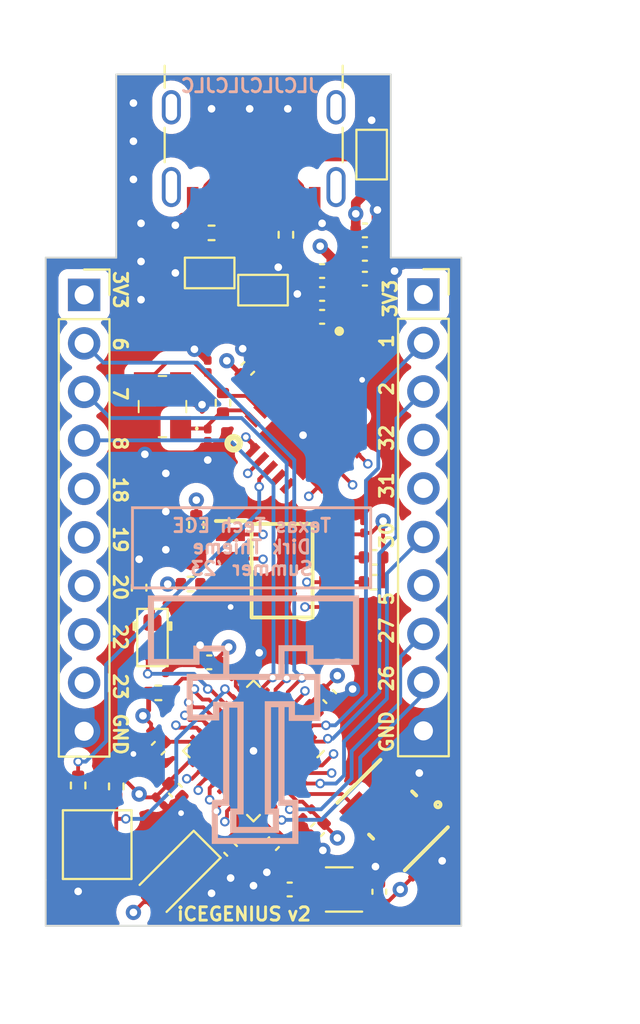
<source format=kicad_pcb>
(kicad_pcb (version 20221018) (generator pcbnew)
  (layers (0 "F.Cu" signal) (1 "In1.Cu" power) (2 "In2.Cu" signal) (3 "In3.Cu" power) (4 "In4.Cu" power) (31 "B.Cu" signal) (34 "B.Paste" user) (35 "F.Paste" user) (36 "B.SilkS" user "B.Silkscreen") (37 "F.SilkS" user "F.Silkscreen") (38 "B.Mask" user) (39 "F.Mask" user) (44 "Edge.Cuts" user))
  (net 0 "")
  (net 1 "+5V")
  (net 2 "GND")
  (net 3 "+3V3")
  (net 4 "+1V2")
  (net 5 "Net-(IC2-OSC1)")
  (net 6 "Net-(IC2-OSC2)")
  (net 7 "Net-(IC2-VUSB)")
  (net 8 "+2V5")
  (net 10 "USB_D-")
  (net 11 "USB_D+")
  (net 12 "SS")
  (net 13 "CRESET_B_CTL")
  (net 16 "IOL_4B_GBIN7")
  (net 17 "IOL_5A_GBIN6")
  (net 18 "IOT_50_GBIN1")
  (net 19 "SDO")
  (net 20 "IOR_36_GBIN2")
  (net 21 "IOR_35_GBIN3")
  (net 22 "IOL_2A")
  (net 23 "IOL_2B")
  (net 24 "IOR_34")
  (net 25 "IOR_38")
  (net 26 "IOR_39")
  (net 27 "IOT_45")
  (net 28 "IOT_47")
  (net 29 "IOT_52")
  (net 30 "IOT_53")
  (net 31 "IOL_4A")
  (net 32 "IOL_5B")
  (net 33 "CRESET_B")
  (net 35 "SCK")
  (net 37 "SDI")
  (net 41 "Net-(J1-CC1)")
  (net 43 "Net-(J1-CC2)")
  (net 46 "Net-(Q1-B)")
  (net 47 "Net-(U2-{slash}HOLD_(IO3))")
  (net 48 "Net-(U2-{slash}WP_(IO2))")
  (net 50 "/CLK_IN")
  (net 51 "Net-(D5-K)")
  (net 52 "Net-(D5-A)")
  (footprint "Connector_PinSocket_2.54mm:PinSocket_1x10_P2.54mm_Vertical" (layer "F.Cu") (at 164.915 88.53)
    (fp_text reference "J3" hide)
    (fp_text value "RIGHT")
  )
  (footprint "Resistor_SMD:R_0402_1005Metric" (layer "F.Cu") (at 157.7 85.4 -90)
    (fp_text reference "R1" hide)
    (fp_text value "5k1")
  )
  (footprint "PCM_Diode_SMD_AKL:D_0603_1608Metric" (layer "F.Cu") (at 150.7 106.5 -90)
    (fp_text reference "D5" hide)
    (fp_text value "CDONE" hide)
  )
  (footprint "Capacitor_SMD:C_0402_1005Metric" (layer "F.Cu") (at 157 117.3 -135)
    (fp_text reference "C18" hide)
    (fp_text value "1u")
  )
  (footprint "Capacitor_SMD:C_0402_1005Metric" (layer "F.Cu") (at 161.845 85.170003)
    (fp_text reference "C1" hide)
    (fp_text value "1u")
  )
  (footprint "Capacitor_SMD:C_0402_1005Metric" (layer "F.Cu") (at 159.6 87.3 180)
    (fp_text reference "C6" hide)
    (fp_text value "1u")
  )
  (footprint "PCM_Diode_SMD_AKL:D_SOD-523_TVS" (layer "F.Cu") (at 156.5 88.3 180)
    (fp_text reference "D2" hide)
    (fp_text value "SC1006-01LTG" hide)
  )
  (footprint "Resistor_SMD:R_0402_1005Metric" (layer "F.Cu") (at 150 103.8875 -90)
    (fp_text reference "R10" hide)
    (fp_text value "10k")
  )
  (footprint "Package_DFN_QFN:HVQFN-32-1EP_5x5mm_P0.5mm_EP3.1x3.1mm" (layer "F.Cu") (at 156 112.43899 -135)
    (fp_text reference "U3" hide)
    (fp_text value "ICE40LP384-SG32")
  )
  (footprint "Capacitor_SMD:C_0402_1005Metric" (layer "F.Cu") (at 159.365685 116.568528 -135)
    (fp_text reference "C22" hide)
    (fp_text value "1u")
  )
  (footprint "SamacSys_Parts:ABM8AIG25000MHZ122ZT3" (layer "F.Cu") (at 151.225 94.4 90)
    (fp_text reference "Y1" hide)
    (fp_text value "815-ABM8AIG-12MHZ1ZT" hide)
  )
  (footprint "Capacitor_SMD:C_0402_1005Metric" (layer "F.Cu") (at 159.6 89.7 180)
    (fp_text reference "C4" hide)
    (fp_text value "1u")
  )
  (footprint "SamacSys_Parts:QFN65P500X500X100-21N-D" (layer "F.Cu") (at 158.6 95.9 45)
    (fp_text reference "IC2" hide)
    (fp_text value "MCP2210-I_MQ" hide)
  )
  (footprint "Capacitor_SMD:C_0402_1005Metric" (layer "F.Cu") (at 161.845 87.700001)
    (fp_text reference "C3" hide)
    (fp_text value "1u")
  )
  (footprint "Capacitor_SMD:C_0201_0603Metric" (layer "F.Cu") (at 157.859135 117.982358 -135)
    (fp_text reference "C19" hide)
    (fp_text value "100n")
  )
  (footprint "PCM_Package_TO_SOT_SMD_AKL:SOT-23" (layer "F.Cu") (at 147.8 117.35)
    (fp_text reference "Q1" hide)
    (fp_text value "MMBT3904-TP\n" hide)
  )
  (footprint "Package_TO_SOT_SMD:SOT-353_SC-70-5" (layer "F.Cu") (at 160.5 119.7 180)
    (fp_text reference "U1" hide)
    (fp_text value "MIC5365-1.2YC5")
  )
  (footprint "Resistor_SMD:R_0402_1005Metric" (layer "F.Cu") (at 162.3 102.3 180)
    (fp_text reference "R4" hide)
    (fp_text value "10k")
  )
  (footprint "Resistor_SMD:R_0402_1005Metric" (layer "F.Cu") (at 162.3 103.6)
    (fp_text reference "R6" hide)
    (fp_text value "10k")
  )
  (footprint "Resistor_SMD:R_0402_1005Metric" (layer "F.Cu") (at 153.8 85.3 180)
    (fp_text reference "R2" hide)
    (fp_text value "5k1")
  )
  (footprint "SamacSys_Parts:SOIC127P600X175-8N" (layer "F.Cu") (at 157.5 103)
    (fp_text reference "U2" hide)
    (fp_text value "W25Q80DVSNIG" hide)
  )
  (footprint "Capacitor_SMD:C_0201_0603Metric" (layer "F.Cu") (at 155.1 108.3 45)
    (fp_text reference "C29" hide)
    (fp_text value "100n")
  )
  (footprint "Capacitor_SMD:C_0402_1005Metric" (layer "F.Cu") (at 151.9 114.5 -45)
    (fp_text reference "C20" hide)
    (fp_text value "1u")
  )
  (footprint "Capacitor_SMD:C_0402_1005Metric" (layer "F.Cu") (at 151 112.3 -135)
    (fp_text reference "C28" hide)
    (fp_text value "1u")
  )
  (footprint "Resistor_SMD:R_0402_1005Metric" (layer "F.Cu") (at 151.009999 109.4 180)
    (fp_text reference "R8" hide)
    (fp_text value "10k")
  )
  (footprint "Capacitor_SMD:C_0201_0603Metric" (layer "F.Cu") (at 153.6 95.9 -90)
    (fp_text reference "C12" hide)
    (fp_text value "24p")
  )
  (footprint "Capacitor_SMD:C_0201_0603Metric" (layer "F.Cu") (at 161 93.3 -45)
    (fp_text reference "C13" hide)
    (fp_text value "100n")
  )
  (footprint "SamacSys_Parts:SON40P120X120X60-7N-D" (layer "F.Cu") (at 161.5 89.5 90)
    (fp_text reference "IC1" hide)
    (fp_text value "MIC5528-3.3YMT-T5" hide)
  )
  (footprint "Resistor_SMD:R_0402_1005Metric" (layer "F.Cu") (at 148.8 114.3 90)
    (fp_text reference "R9" hide)
    (fp_text value "10k")
  )
  (footprint "Capacitor_SMD:C_0201_0603Metric" (layer "F.Cu") (at 156.32579 93.159135 45)
    (fp_text reference "C10" hide)
    (fp_text value "100n")
  )
  (footprint "Capacitor_SMD:C_0201_0603Metric" (layer "F.Cu") (at 155.379828 116.765614 -45)
    (fp_text reference "C17" hide)
    (fp_text value "100n")
  )
  (footprint "Capacitor_SMD:C_0201_0603Metric" (layer "F.Cu") (at 150.4 111.6 -135)
    (fp_text reference "C27" hide)
    (fp_text value "100n")
  )
  (footprint "PCM_Diode_SMD_AKL:D_SOD-523_TVS" (layer "F.Cu") (at 153.7 87.4)
    (fp_text reference "D4" hide)
    (fp_text value "SC1006-01LTG" hide)
  )
  (footprint "Capacitor_SMD:C_0402_1005Metric" (layer "F.Cu") (at 154.8 117.6 -45)
    (fp_text reference "C16" hide)
    (fp_text value "1u")
  )
  (footprint "Capacitor_SMD:C_0201_0603Metric" (layer "F.Cu") (at 159.2 110.2 -45)
    (fp_text reference "C25" hide)
    (fp_text value "100n")
  )
  (footprint "Capacitor_SMD:C_0402_1005Metric" (layer "F.Cu") (at 155.7 92.4 45)
    (fp_text reference "C9" hide)
    (fp_text value "1u")
  )
  (footprint "Capacitor_SMD:C_0402_1005Metric" (layer "F.Cu") (at 153.68 107.8 180)
    (fp_text reference "C26" hide)
    (fp_text value "1u")
  )
  (footprint "Capacitor_SMD:C_0201_0603Metric" (layer "F.Cu") (at 164.6 118.8 45)
    (fp_text reference "C15" hide)
    (fp_text value "10n")
  )
  (footprint "Capacitor_SMD:C_0402_1005Metric" (layer "F.Cu") (at 161.845 86.400001)
    (fp_text reference "C2" hide)
    (fp_text value "1u")
  )
  (footprint "Capacitor_SMD:C_0201_0603Metric" (layer "F.Cu") (at 153.6 92.3 90)
    (fp_text reference "C11" hide)
    (fp_text value "24p")
  )
  (footprint "Resistor_SMD:R_0402_1005Metric" (layer "F.Cu") (at 152.7 103.7)
    (fp_text reference "R5" hide)
    (fp_text value "10k")
  )
  (footprint "Capacitor_SMD:C_0402_1005Metric" (layer "F.Cu") (at 162.6 119.82 90)
    (fp_text reference "C7" hide)
    (fp_text value "1u")
  )
  (footprint "Connector_PinSocket_2.54mm:PinSocket_1x10_P2.54mm_Vertical" (layer "F.Cu") (at 147.115 88.55)
    (fp_text reference "J2" hide)
    (fp_text value "LEFT")
  )
  (footprint "PCM_Diode_SMD_AKL:D_SOD-523_TVS" (layer "F.Cu") (at 162.2 81.2 -90)
    (fp_text reference "D3" hide)
    (fp_text value "SC1006-01LTG" hide)
  )
  (footprint "Capacitor_SMD:C_0201_0603Metric" (layer "F.Cu") (at 161.8 100.7 90)
    (fp_text reference "C14" hide)
    (fp_text value "100n")
  )
  (footprint "Connector_USB:USB_C_Receptacle_GCT_USB4105-xx-A_16P_TopMnt_Horizontal" (layer "F.Cu") (at 156.01 79.795 180)
    (fp_text reference "J1" hide)
    (fp_text value "USB4105-GF-A-060")
  )
  (footprint "Capacitor_SMD:C_0201_0603Metric" (layer "F.Cu") (at 151.1 115.1 -45)
    (fp_text reference "C21" hide)
    (fp_text value "100n")
  )
  (footprint "SamacSys_Parts:ASFL1" (layer "F.Cu") (at 163.3 115.8 135)
    (fp_text reference "Y2" hide)
    (fp_text value "ASFL1-100.000MHZ-L-T" hide)
  )
  (footprint "Resistor_SMD:R_0402_1005Metric" (layer "F.Cu") (at 153 100.6 90)
    (fp_text reference "R7" hide)
    (fp_text value "10k")
  )
  (footprint "Resistor_SMD:R_0402_1005Metric" (layer "F.Cu") (at 146.8 114.25 90)
    (fp_text reference "R11" hide)
    (fp_text value "10k")
  )
  (footprint "Capacitor_SMD:C_0402_1005Metric" (layer "F.Cu") (at 159.6 88.5 180)
    (fp_text reference "C5" hide)
    (fp_text value "1u")
  )
  (footprint "Diode_SMD:D_SOD-123" (layer "F.Cu") (at 151.9 119 -135)
    (fp_text reference "D1" hide)
    (fp_text value "1N4148W-TP")
  )
  (footprint "Capacitor_SMD:C_0402_1005Metric" (layer "F.Cu") (at 157.9 119.7 180)
    (fp_text reference "C8" hide)
    (fp_text value "1u")
  )
  (footprint "Capacitor_SMD:C_0402_1005Metric" (layer "F.Cu") (at 160 109.6 -45)
    (fp_text reference "C24" hide)
    (fp_text value "1u")
  )
  (footprint "Resistor_SMD:R_0402_1005Metric" (layer "F.Cu") (at 154.4 94.2 90)
    (fp_text reference "R3" hide)
    (fp_text value "1M")
  )
  (footprint "Capacitor_SMD:C_0201_0603Metric" (layer "F.Cu") (at 158.8 115.72 -135)
    (fp_text reference "C23" hide)
    (fp_text value "100n")
  )
  (footprint "Decals:TTU Logo" (layer "B.Cu") (at 155.950001 119.054227 180)
    (fp_text reference "REF**" hide)
    (fp_text value "TTU Logo" hide)
  )
  (gr_line (start 166.9 119.2) (end 166.9 121.6) (stroke (width 0.1)) (layer "Edge.Cuts"))
  (gr_line (start 145.1 119.2) (end 145.1 121.6) (stroke (width 0.1)) (layer "Edge.Cuts"))
  (gr_line (start 148.8 86.6) (end 145.1 86.6) (stroke (width 0.1)) (layer "Edge.Cuts"))
  (gr_line (start 166.9 119.2) (end 166.9 86.6) (stroke (width 0.1)) (layer "Edge.Cuts"))
  (gr_line (start 145.1 86.6) (end 145.1 119.2) (stroke (width 0.1)) (layer "Edge.Cuts"))
  (gr_line (start 166.9 121.6) (end 145.1 121.6) (stroke (width 0.1)) (layer "Edge.Cuts"))
  (gr_line (start 148.8 77) (end 148.8 86.6) (stroke (width 0.1)) (layer "Edge.Cuts"))
  (gr_line (start 166.9 86.6) (end 163.2 86.6) (stroke (width 0.1)) (layer "Edge.Cuts"))
  (gr_line (start 163.2 77) (end 148.8 77) (stroke (width 0.1)) (layer "Edge.Cuts"))
  (gr_line (start 163.2 77) (end 163.2 86.6) (stroke (width 0.1)) (layer "Edge.Cuts"))
  (gr_text "JLCJLCJLCJLC" (at 159.5 78) (layer "B.SilkS") (effects (font (size 0.7 0.7)) (justify left bottom mirror)))
  (gr_text "18" (at 148.6 98 270) (layer "F.SilkS") (effects (font (size 0.7 0.7)) (justify left bottom)))
  (gr_text "26" (at 163.4 109.4 90) (layer "F.SilkS") (effects (font (size 0.7 0.7)) (justify left bottom)))
  (gr_text "30" (at 163.4 101.900001 90) (layer "F.SilkS") (effects (font (size 0.7 0.7)) (justify left bottom)))
  (gr_text "GND" (at 163.4 112.6 90) (layer "F.SilkS") (effects (font (size 0.7 0.7)) (justify left bottom)))
  (gr_text "1" (at 163.4 91.4 90) (layer "F.SilkS") (effects (font (size 0.7 0.7)) (justify left bottom)))
  (gr_text "5" (at 163.4 104.9 90) (layer "F.SilkS") (effects (font (size 0.7 0.7)) (justify left bottom)))
  (gr_text "iCEGENIUS" (at 151.9 121.4) (layer "F.SilkS") (effects (font (size 0.7 0.7)) (justify left bottom)))
  (gr_text "22" (at 148.6 105.7 270) (layer "F.SilkS") (effects (font (size 0.7 0.7)) (justify left bottom)))
  (gr_text "2" (at 163.4 93.9 90) (layer "F.SilkS") (effects (font (size 0.7 0.7)) (justify left bottom)))
  (gr_text "7" (at 148.6 93.3 270) (layer "F.SilkS") (effects (font (size 0.7 0.7)) (justify left bottom)))
  (gr_text "23" (at 148.6 108.3 270) (layer "F.SilkS") (effects (font (size 0.7 0.7)) (justify left bottom)))
  (gr_text "3V3" (at 163.585 89.8 90) (layer "F.SilkS") (effects (font (size 0.7 0.7)) (justify left bottom)))
  (gr_text "v2" (at 157.7 121.4) (layer "F.SilkS") (effects (font (size 0.7 0.7)) (justify left bottom)))
  (gr_text "31" (at 163.4 99.3 90) (layer "F.SilkS") (effects (font (size 0.7 0.7)) (justify left bottom)))
  (gr_text "19" (at 148.6 100.6 270) (layer "F.SilkS") (effects (font (size 0.7 0.7)) (justify left bottom)))
  (gr_text "20" (at 148.6 103.1 270) (layer "F.SilkS") (effects (font (size 0.7 0.7)) (justify left bottom)))
  (gr_text "3V3" (at 148.6 87.22 -90) (layer "F.SilkS") (effects (font (size 0.7 0.7)) (justify left bottom)))
  (gr_text "6" (at 148.6 90.7 270) (layer "F.SilkS") (effects (font (size 0.7 0.7)) (justify left bottom)))
  (gr_text "27" (at 163.4 106.9 90) (layer "F.SilkS") (effects (font (size 0.7 0.7)) (justify left bottom)))
  (gr_text "GND" (at 148.6 110.4 270) (layer "F.SilkS") (effects (font (size 0.7 0.7)) (justify left bottom)))
  (gr_text "32" (at 163.4 96.8 90) (layer "F.SilkS") (effects (font (size 0.7 0.7)) (justify left bottom)))
  (gr_text "8" (at 148.6 95.9 270) (layer "F.SilkS") (effects (font (size 0.7 0.7)) (justify left bottom)))
  (gr_text_box "Texas Tech ECE\nDirk Thieme\nSummer '23" (start 149.65 99.7) (end 162.15 103.9) (layer "B.SilkS") (effects (font (size 0.7 0.7)) (justify top mirror)) (stroke (width 0.15)))
  (segment (start 156.810051 81.3) (end 158.41 82.899949) (width 0.5) (layer "F.Cu") (net 1))
  (segment (start 155.94835 96.34835) (end 155.6 96) (width 0.25) (layer "F.Cu") (net 1))
  (segment (start 153.61 82.899949) (end 155.209949 81.3) (width 0.5) (layer "F.Cu") (net 1))
  (segment (start 155.989411 93.289411) (end 156.867588 94.167588) (width 0.25) (layer "F.Cu") (net 1))
  (segment (start 162.2 81.9) (end 162.2 82.9) (width 0.5) (layer "F.Cu") (net 1))
  (segment (start 156.810051 81.3) (end 161.6 81.3) (width 0.5) (layer "F.Cu") (net 1))
  (segment (start 156.006587 93.385409) (end 155.910589 93.289411) (width 0.25) (layer "F.Cu") (net 1))
  (segment (start 153.61 83.475) (end 153.61 82.899949) (width 0.25) (layer "F.Cu") (net 1))
  (segment (start 155.910589 93.289411) (end 155.989411 93.289411) (width 0.25) (layer "F.Cu") (net 1))
  (segment (start 161.8 88.25) (end 161.9 88.35) (width 0.2) (layer "F.Cu") (net 1))
  (segment (start 161.1 88.85) (end 161.1 87.965001) (width 0.2) (layer "F.Cu") (net 1))
  (segment (start 154.621178 92) (end 155.360589 92.739411) (width 0.25) (layer "F.Cu") (net 1))
  (segment (start 161.365 83.735) (end 161.365 84.3) (width 0.5) (layer "F.Cu") (net 1))
  (segment (start 161.6 81.3) (end 162.2 81.9) (width 0.5) (layer "F.Cu") (net 1))
  (segment (start 161.365 84.3) (end 161.365 87.700001) (width 0.5) (layer "F.Cu") (net 1))
  (segment (start 161.25 88.25) (end 161.8 88.25) (width 0.2) (layer "F.Cu") (net 1))
  (segment (start 161.1 88.85) (end 161.1 88.4) (width 0.2) (layer "F.Cu") (net 1))
  (segment (start 158.41 82.899949) (end 158.41 83.475) (width 0.25) (layer "F.Cu") (net 1))
  (segment (start 161.9 88.35) (end 161.9 88.85) (width 0.2) (layer "F.Cu") (net 1))
  (segment (start 162.2 82.9) (end 161.365 83.735) (width 0.5) (layer "F.Cu") (net 1))
  (segment (start 161.1 88.4) (end 161.25 88.25) (width 0.2) (layer "F.Cu") (net 1))
  (segment (start 155.209949 81.3) (end 156.810051 81.3) (width 0.5) (layer "F.Cu") (net 1))
  (segment (start 155.94835 96.713173) (end 155.94835 96.34835) (width 0.25) (layer "F.Cu") (net 1))
  (segment (start 156.099516 93.385409) (end 156.006587 93.385409) (width 0.25) (layer "F.Cu") (net 1))
  (segment (start 161.1 87.965001) (end 161.365 87.700001) (width 0.2) (layer "F.Cu") (net 1))
  (segment (start 155.910589 93.289411) (end 155.360589 92.739411) (width 0.25) (layer "F.Cu") (net 1))
  (segment (start 154.6 92) (end 154.621178 92) (width 0.25) (layer "F.Cu") (net 1))
  (via (at 154.6 92) (size 0.8) (drill 0.4) (layers "F.Cu" "B.Cu") (net 1))
  (via (at 155.6 96) (size 0.5) (drill 0.3) (layers "F.Cu" "B.Cu") (net 1))
  (via (at 161.365 84.3) (size 0.8) (drill 0.4) (layers "F.Cu" "B.Cu") (net 1))
  (segment (start 161.5 89.5) (end 161.85 89.5) (width 0.2) (layer "F.Cu") (net 2))
  (segment (start 155.139411 117.939411) (end 155.839411 117.939411) (width 0.2) (layer "F.Cu") (net 2))
  (segment (start 159 87.3) (end 158.3 88) (width 0.25) (layer "F.Cu") (net 2))
  (segment (start 162.325 85.170003) (end 162.325 84.275) (width 0.25) (layer "F.Cu") (net 2))
  (segment (start 159.426274 110.426274) (end 159.913137 109.939411) (width 0.2) (layer "F.Cu") (net 2))
  (segment (start 152.4 84.5) (end 152.81 84.09) (width 0.5) (layer "F.Cu") (net 2))
  (segment (start 152.239411 115.660589) (end 152.239411 114.839411) (width 0.2) (layer "F.Cu") (net 2))
  (segment (start 153.29 85.3) (end 153.2 85.3) (width 0.5) (layer "F.Cu") (net 2))
  (segment (start 152.2 115.7) (end 151.826274 115.326274) (width 0.2) (layer "F.Cu") (net 2))
  (segment (start 162.05 89.7) (end 162.05 90.15) (width 0.2) (layer "F.Cu") (net 2))
  (segment (start 156 112.43899) (end 156 112.792543) (width 0.2) (layer "F.Cu") (net 2))
  (segment (start 162.999999 87.700001) (end 163.4 87.3) (width 0.25) (layer "F.Cu") (net 2))
  (segment (start 156.660589 117.639411) (end 156.660589 118.760589) (width 0.2) (layer "F.Cu") (net 2))
  (segment (start 157.7 86.7) (end 157.3 87.1) (width 0.5) (layer "F.Cu") (net 2))
  (segment (start 150.173726 112.126274) (end 149.7 112.6) (width 0.2) (layer "F.Cu") (net 2))
  (segment (start 159.12 88.5) (end 158.3 88.5) (width 0.25) (layer "F.Cu") (net 2))
  (segment (start 152.25 93.25) (end 153.3 94.3) (width 0.5) (layer "F.Cu") (net 2))
  (segment (start 150.173726 111.826274) (end 150.173726 112.126274) (width 0.2) (layer "F.Cu") (net 2))
  (segment (start 158.573726 115.946274) (end 158.573726 116.455391) (width 0.2) (layer "F.Cu") (net 2))
  (segment (start 162.325 87.700001) (end 162.999999 87.700001) (width 0.25) (layer "F.Cu") (net 2))
  (segment (start 157.2 87.2) (end 157.3 87.1) (width 0.5) (layer "F.Cu") (net 2))
  (segment (start 160.860589 109.939411) (end 161.2 109.6) (width 0.2) (layer "F.Cu") (net 2))
  (segment (start 153.22 107.8) (end 153.22 106.92) (width 0.2) (layer "F.Cu") (net 2))
  (segment (start 151.826274 115.326274) (end 151.326274 115.326274) (width 0.2) (layer "F.Cu") (net 2))
  (segment (start 162.325 84.275) (end 162.5 84.1) (width 0.25) (layer "F.Cu") (net 2))
  (segment (start 153.48 91.98) (end 152.9 91.4) (width 0.25) (layer "F.Cu") (net 2))
  (segment (start 164.175843 114.124157) (end 164.7 113.6) (width 0.2) (layer "F.Cu") (net 2))
  (segment (start 159.21 84.41) (end 159.6 84.8) (width 0.5) (layer "F.Cu") (net 2))
  (segment (start 150.660589 112.639411) (end 149.739411 112.639411) (width 0.2) (layer "F.Cu") (net 2))
  (segment (start 157.632861 118.208632) (end 157.291368 118.208632) (width 0.2) (layer "F.Cu") (net 2))
  (segment (start 157.2 88.3) (end 157.2 87.2) (width 0.5) (layer "F.Cu") (net 2))
  (segment (start 155.606102 117.706102) (end 156.7 118.8) (width 0.2) (layer "F.Cu") (net 2))
  (segment (start 161.7 93.052548) (end 161.226274 93.526274) (width 0.2) (layer "F.Cu") (net 2))
  (segment (start 162.2 80.5) (end 162.2 79.4) (width 0.5) (layer "F.Cu") (net 2))
  (segment (start 155.726274 107.873726) (end 156.3 107.3) (width 0.2) (layer "F.Cu") (net 2))
  (segment (start 156.552064 92.932861) (end 156.552064 92.573242) (width 0.25) (layer "F.Cu") (net 2))
  (segment (start 158.3 89.1) (end 158.3 88.5) (width 0.25) (layer "F.Cu") (net 2))
  (segment (start 162.24 119.7) (end 162.6 119.34) (width 0.2) (layer "F.Cu") (net 2))
  (segment (start 154.795 104.905) (end 154.8 104.9) (width 0.5) (layer "F.Cu") (net 2))
  (segment (start 161.85 89.5) (end 162.05 89.7) (width 0.2) (layer "F.Cu") (net 2))
  (segment (start 157.291368 118.208632) (end 156.7 118.8) (width 0.2) (layer "F.Cu") (net 2))
  (segment (start 161.45 119.7) (end 162.24 119.7) (width 0.2) (layer "F.Cu") (net 2))
  (segment (start 157.327208 93.707969) (end 158.6 94.980761) (width 0.2) (layer "F.Cu") (net 2))
  (segment (start 159.913137 109.939411) (end 160.860589 109.939411) (width 0.2) (layer "F.Cu") (net 2))
  (segment (start 161.2 109.6) (end 161.2 109.2) (width 0.2) (layer "F.Cu") (net 2))
  (segment (start 158.9 89.7) (end 158.3 89.1) (width 0.25) (layer "F.Cu") (net 2))
  (segment (start 159.12 87.3) (end 159 87.3) (width 0.2) (layer "F.Cu") (net 2))
  (segment (start 157.06066 112.43899) (end 158.253903 111.245747) (width 0.2) (layer "F.Cu") (net 2))
  (segment (start 163 86.9) (end 163.4 87.3) (width 0.25) (layer "F.Cu") (net 2))
  (segment (start 153.6 96.22) (end 153.6 97.2) (width 0.2) (layer "F.Cu") (net 2))
  (segment (start 156.552064 92.573242) (end 156.039411 92.060589) (width 0.25) (layer "F.Cu") (net 2))
  (segment (start 156.039411 91.976141) (end 156.039411 92.060589) (width 0.25) (layer "F.Cu") (net 2))
  (segment (start 161.7 93) (end 161.7 93.052548) (width 0.2) (layer "F.Cu") (net 2))
  (segment (start 156 112.792543) (end 154.453204 114.339339) (width 0.2) (layer "F.Cu") (net 2))
  (segment (start 157.7 85.91) (end 157.7 86.7) (width 0.5) (layer "F.Cu") (net 2))
  (segment (start 159.21 83.475) (end 159.21 84.41) (width 0.5) (layer "F.Cu") (net 2))
  (segment (start 155.839411 117.939411) (end 156.7 118.8) (width 0.2) (layer "F.Cu") (net 2))
  (segment (start 152.3 84.5) (end 152.4 84.5) (width 0.5) (layer "F.Cu") (net 2))
  (segment (start 155.526274 107.873726) (end 155.726274 107.873726) (width 0.2) (layer "F.Cu") (net 2))
  (segment (start 156.660589 118.760589) (end 156.7 118.8) (width 0.2) (layer "F.Cu") (net 2))
  (segment (start 156 119.5) (end 156.2 119.7) (width 0.25) (layer "F.Cu") (net 2))
  (segment (start 156.2 119.7) (end 157.42 119.7) (width 0.25) (layer "F.Cu") (net 2))
  (segment (start 159.026274 116.907939) (end 159.026274 117.035621) (width 0.2) (layer "F.Cu") (net 2))
  (segment (start 151.9 84.9) (end 152.3 84.5) (width 0.5) (layer "F.Cu") (net 2))
  (segment (start 162.6 118.7) (end 162.4 118.5) (width 0.2) (layer "F.Cu") (net 2))
  (segment (start 162.9 86.8) (end 163 86.9) (width 0.25) (layer "F.Cu") (net 2))
  (segment (start 152.81 84.09) (end 152.81 83.475) (width 0.5) (layer "F.Cu") (net 2))
  (segment (start 164.826274 118.573726) (end 165.526274 118.573726) (width 0.2) (layer "F.Cu") (net 2))
  (segment (start 153.6 91.98) (end 153.48 91.98) (width 0.25) (layer "F.Cu") (net 2))
  (segment (start 162.500001 86.400001) (end 163 86.9) (width 0.25) (layer "F.Cu") (net 2))
  (segment (start 159.12 89.7) (end 158.9 89.7) (width 0.2) (layer "F.Cu") (net 2))
  (segment (start 153 87.4) (end 151.9 87.4) (width 0.5) (layer "F.Cu") (net 2))
  (segment (start 160.339411 109.939411) (end 160.860589 109.939411) (width 0.2) (layer "F.Cu") (net 2))
  (segment (start 158.3 88) (end 158.3 88.5) (width 0.25) (layer "F.Cu") (net 2))
  (segment (start 153.22 106.92) (end 153.2 106.9) (width 0.2) (layer "F.Cu") (net 2))
  (segment (start 162.6 119.34) (end 162.6 118.7) (width 0.2) (layer "F.Cu") (net 2))
  (segment (start 158.6 94.980761) (end 158.6 95.9) (width 0.2) (layer "F.Cu") (net 2))
  (segment (start 153.2 85.3) (end 152.4 84.5) (width 0.5) (layer "F.Cu") (net 2))
  (segment (start 152.175 93.25) (end 152.25 93.25) (width 0.5) (layer "F.Cu") (net 2))
  (segment (start 152.2 115.7) (end 152.239411 115.660589) (width 0.2) (layer "F.Cu") (net 2))
  (segment (start 162.325 86.400001) (end 162.500001 86.400001) (width 0.25) (layer "F.Cu") (net 2))
  (segment (start 159.026274 117.035621) (end 159.641121 117.650468) (width 0.2) (layer "F.Cu") (net 2))
  (segment (start 146.8 118.3) (end 146.8 119.8) (width 0.2) (layer "F.Cu") (net 2))
  (segment (start 165.526274 118.573726) (end 165.9 118.2) (width 0.2) (layer "F.Cu") (net 2))
  (segment (start 158.573726 116.455391) (end 159.026274 116.907939) (width 0.2) (layer "F.Cu") (net 2))
  (segment (start 155.606102 116.991888) (end 155.606102 117.706102) (width 0.2) (layer "F.Cu") (net 2))
  (segment (start 162.325 85.170003) (end 162.325 85.225) (width 0.25) (layer "F.Cu") (net 2))
  (segment (start 154.788 104.905) (end 154.795 104.905) (width 0.5) (layer "F.Cu") (net 2))
  (segment (start 156 112.43899) (end 157.06066 112.43899) (width 0.2) (layer "F.Cu") (net 2))
  (segment (start 149.739411 112.639411) (end 149.7 112.6) (width 0.2) (layer "F.Cu") (net 2))
  (segment (start 150 103.3775) (end 150 102.4) (width 0.2) (layer "F.Cu") (net 2))
  (segment (start 150.275 96.875) (end 150.3 96.9) (width 0.5) (layer "F.Cu") (net 2))
  (segment (start 155.431635 91.368365) (end 156.039411 91.976141) (width 0.25) (layer "F.Cu") (net 2))
  (segment (start 163.179792 114.124157) (end 164.175843 114.124157) (width 0.2) (layer "F.Cu") (net 2))
  (segment (start 150.275 95.55) (end 150.275 96.875) (width 0.5) (layer "F.Cu") (net 2))
  (via (at 162.4 118.5) (size 0.8) (drill 0.4) (layers "F.Cu" "B.Cu") (net 2))
  (via (at 151.9 84.9) (size 0.8) (drill 0.4) (layers "F.Cu" "B.Cu") (net 2))
  (via (at 151.4 97.899999) (size 0.8) (drill 0.4) (layers "F.Cu" "B.Cu") (net 2))
  (via (at 151.4 99.9) (size 0.8) (drill 0.4) (layers "F.Cu" "B.Cu") (net 2))
  (via (at 156 119.5) (size 0.8) (drill 0.4) (layers "F.Cu" "B.Cu") (net 2))
  (via (at 164.7 113.6) (size 0.8) (drill 0.4) (layers "F.Cu" "B.Cu") (net 2))
  (via (at 153.6 97.2) (size 0.8) (drill 0.4) (layers "F.Cu" "B.Cu") (net 2))
  (via (at 155.8 78.8) (size 0.8) (drill 0.4) (layers "F.Cu" "B.Cu") (net 2))
  (via (at 152.9 91.4) (size 0.8) (drill 0.4) (layers "F.Cu" "B.Cu") (net 2))
  (via (at 157.800001 78.8) (size 0.8) (drill 0.4) (layers "F.Cu" "B.Cu") (net 2))
  (via (at 150.1 88.8) (size 0.8) (drill 0.4) (layers "F.Cu" "B.Cu") (net 2))
  (via (at 158.6 95.9) (size 0.8) (drill 0.4) (layers "F.Cu" "B.Cu") (net 2))
  (via (at 150.3 96.9) (size 0.8) (drill 0.4) (layers "F.Cu" "B.Cu") (net 2))
  (via (at 153.799999 78.8) (size 0.8) (drill 0.4) (layers "F.Cu" "B.Cu") (net 2))
  (via (at 163.4 87.3) (size 0.8) (drill 0.4) (layers "F.Cu" "B.Cu") (net 2))
  (via (at 161.7 93) (size 0.5) (drill 0.3) (layers "F.Cu" "B.Cu") (net 2))
  (via (at 162.5 84.1) (size 0.8) (drill 0.4) (layers "F.Cu" "B.Cu") (net 2))
  (via (at 151.4 101.900001) (size 0.8) (drill 0.4) (layers "F.Cu" "B.Cu") (net 2))
  (via (at 153.3 94.3) (size 0.8) (drill 0.4) (layers "F.Cu" "B.Cu") (net 2))
  (via (at 161.2 109.2) (size 0.8) (drill 0.4) (layers "F.Cu" "B.Cu") (net 2))
  (via (at 156.3 107.3) (size 0.8) (drill 0.4) (layers "F.Cu" "B.Cu") (net 2))
  (via (at 153.2 106.9) (size 0.8) (drill 0.4) (layers "F.Cu" "B.Cu") (net 2))
  (via (at 149.7 112.6) (size 0.5) (drill 0.3) (layers "F.Cu" "B.Cu") (net 2))
  (via (at 156.7 118.8) (size 0.8) (drill 0.4) (layers "F.Cu" "B.Cu") (net 2))
  (via (at 149.7 80.5) (size 0.8) (drill 0.4) (layers "F.Cu" "B.Cu") (net 2))
  (via (at 150.1 84.8) (size 0.8) (drill 0.4) (layers "F.Cu" "B.Cu") (net 2))
  (via (at 150 102.4) (size 0.8) (drill 0.4) (layers "F.Cu" "B.Cu") (net 2))
  (via (at 151.9 87.4) (size 0.8) (drill 0.4) (layers "F.Cu" "B.Cu") (net 2))
  (via (at 149.7 78.5) (size 0.8) (drill 0.4) (layers "F.Cu" "B.Cu") (net 2))
  (via (at 155.431635 91.368365) (size 0.8) (drill 0.4) (layers "F.Cu" "B.Cu") (net 2))
  (via (at 146.8 119.8) (size 0.8) (drill 0.4) (layers "F.Cu" "B.Cu") (net 2))
  (via (at 158.3 88.5) (size 0.8) (drill 0.4) (layers "F.Cu" "B.Cu") (net 2))
  (via (at 162.2 79.4) (size 0.8) (drill 0.4) (layers "F.Cu" "B.Cu") (net 2))
  (via (at 165.9 118.2) (size 0.8) (drill 0.4) (layers "F.Cu" "B.Cu") (net 2))
  (via (at 152.2 115.7) (size 0.5) (drill 0.3) (layers "F.Cu" "B.Cu") (net 2))
  (via (at 154.8 104.9) (size 0.5) (drill 0.3) (layers "F.Cu" "B.Cu") (net 2))
  (via (at 154.8 119.1) (size 0.8) (drill 0.4) (layers "F.Cu" "B.Cu") (net 2))
  (via (at 149.7 82.5) (size 0.8) (drill 0.4) (layers "F.Cu" "B.Cu") (net 2))
  (via (at 159.641121 117.650468) (size 0.8) (drill 0.4) (layers "F.Cu" "B.Cu") (net 2))
  (via (at 150.1 86.8) (size 0.8) (drill 0.4) (layers "F.Cu" "B.Cu") (net 2))
  (via (at 153.8 119.9) (size 0.8) (drill 0.4) (layers "F.Cu" "B.Cu") (net 2))
  (via (at 156 112.43899) (size 0.8) (drill 0.4) (layers "F.Cu" "B.Cu") (net 2))
  (via (at 157.3 87.1) (size 0.8) (drill 0.4) (layers "F.Cu" "B.Cu") (net 2))
  (via (at 159.6 84.8) (size 0.8) (drill 0.4) (layers "F.Cu" "B.Cu") (net 2))
  (segment (start 150.626274 111.026274) (end 150.2 110.6) (width 0.2) (layer "F.Cu") (net 3))
  (segment (start 155.073726 109.037842) (end 155.513864 109.47798) (width 0.2) (layer "F.Cu") (net 3))
  (segment (start 162.6 120.3) (end 161.5 120.3) (width 0.2) (layer "F.Cu") (net 3))
  (segment (start 152.697056 112.925126) (end 153.03899 112.925126) (width 0.2) (layer "F.Cu") (net 3))
  (segment (start 158.818817 109.973726) (end 158.973726 109.973726) (width 0.2) (layer "F.Cu") (net 3))
  (segment (start 150.873726 114.873726) (end 150.173726 114.873726) (width 0.2) (layer "F.Cu") (net 3))
  (segment (start 162.8 100.4) (end 162.8 103.59) (width 0.2) (layer "F.Cu") (net 3))
  (segment (start 150.173726 114.873726) (end 150 114.7) (width 0.2) (layer "F.Cu") (net 3))
  (segment (start 150.626274 111.373726) (end 150.752548 111.373726) (width 0.2) (layer "F.Cu") (net 3))
  (segment (start 160.925 120.35) (end 160.825 120.25) (width 0.2) (layer "F.Cu") (net 3))
  (segment (start 160.08 89.7) (end 160.08 87.9) (width 0.5) (layer "F.Cu") (net 3))
  (segment (start 151.560589 114.160589) (end 151.560589 114.061593) (width 0.2) (layer "F.Cu") (net 3))
  (segment (start 152.19 103.7) (end 151.5 103.7) (width 0.2) (layer "F.Cu") (net 3))
  (segment (start 163.1 120.3) (end 162.6 120.3) (width 0.2) (layer "F.Cu") (net 3))
  (segment (start 157.546796 114.339339) (end 158.306957 115.0995) (width 0.2) (layer "F.Cu") (net 3))
  (segment (start 160.08 86.58) (end 159.5 86) (width 0.5) (layer "F.Cu") (net 3))
  (segment (start 158.973726 109.947452) (end 159.660589 109.260589) (width 0.2) (layer "F.Cu") (net 3))
  (segment (start 150.233274 120.366726) (end 150.933274 120.366726) (width 0.2) (layer "F.Cu") (net 3))
  (segment (start 150.499999 109.4) (end 150.499999 110.300001) (width 0.25) (layer "F.Cu") (net 3))
  (segment (start 160.53 90.15) (end 160.08 89.7) (width 0.5) (layer "F.Cu") (net 3))
  (segment (start 161.725 101.095) (end 161.8 101.02) (width 0.2) (layer "F.Cu") (net 3))
  (segment (start 155.073726 109.037842) (end 155.073726 108.693726) (width 0.2) (layer "F.Cu") (net 3))
  (segment (start 155.073726 108.693726) (end 154.18 107.8) (width 0.2) (layer "F.Cu") (net 3))
  (segment (start 154.18 107.52) (end 154.7 107) (width 0.2) (layer "F.Cu") (net 3))
  (segment (start 153.031255 111.960589) (end 153.03899 111.952854) (width 0.2) (layer "F.Cu") (net 3))
  (segment (start 158.973726 109.973726) (end 158.973726 109.947452) (width 0.2) (layer "F.Cu") (net 3))
  (segment (start 160.08 87.9) (end 160.08 86.58) (width 0.5) (layer "F.Cu") (net 3))
  (segment (start 164.975843 115.920208) (end 163.420208 117.475843) (width 0.2) (layer "F.Cu") (net 3))
  (segment (start 154.18 107.8) (end 154.18 107.52) (width 0.2) (layer "F.Cu") (net 3))
  (segment (start 151.339411 111.960589) (end 153.031255 111.960589) (width 0.2) (layer "F.Cu") (net 3))
  (segment (start 161.5 90.15) (end 160.53 90.15) (width 0.5) (layer "F.Cu") (net 3))
  (segment (start 148.8 113.79) (end 149.09 113.79) (width 0.2) (layer "F.Cu") (net 3))
  (segment (start 150.499999 110.300001) (end 150.2 110.6) (width 0.25) (layer "F.Cu") (net 3))
  (segment (start 162.8 103.59) (end 162.81 103.6) (width 0.2) (layer "F.Cu") (net 3))
  (segment (start 161.5 120.3) (end 161.45 120.35) (width 0.2) (layer "F.Cu") (net 3))
  (segment (start 149.09 113.79) (end 150 114.7) (width 0.2) (layer "F.Cu") (net 3))
  (segment (start 160.212 101.095) (end 161.725 101.095) (width 0.2) (layer "F.Cu") (net 3))
  (segment (start 160.4 117) (end 159.705096 116.305096) (width 0.2) (layer "F.Cu") (net 3))
  (segment (start 159.705096 116.305096) (end 159.705096 116.229117) (width 0.2) (layer "F.Cu") (net 3))
  (segment (start 157.900349 110.892194) (end 158.818817 109.973726) (width 0.2) (layer "F.Cu") (net 3))
  (segment (start 150.873726 114.873726) (end 150.873726 114.847452) (width 0.2) (layer "F.Cu") (net 3))
  (segment (start 163.7 119.7) (end 164.373726 119.026274) (width 0.2) (layer "F.Cu") (net 3))
  (segment (start 161.45 120.35) (end 160.925 120.35) (width 0.2) (layer "F.Cu") (net 3))
  (segment (start 149.7 120.9) (end 150.233274 120.366726) (width 0.2) (layer "F.Cu") (net 3))
  (segment (start 162.8 100.4) (end 162.18 101.02) (width 0.2) (layer "F.Cu") (net 3))
  (segment (start 164.373726 119.026274) (end 163.420208 118.072756) (width 0.2) (layer "F.Cu") (net 3))
  (segment (start 158.306957 115.0995) (end 158.575479 115.0995) (width 0.2) (layer "F.Cu") (net 3))
  (segment (start 160.825 120.25) (end 160.825 119.15) (width 0.2) (layer "F.Cu") (net 3))
  (segment (start 158.575479 115.0995) (end 159.705096 116.229117) (width 0.2) (layer "F.Cu") (net 3))
  (segment (start 162.18 101.02) (end 161.8 101.02) (width 0.2) (layer "F.Cu") (net 3))
  (segment (start 163.7 119.7) (end 163.1 120.3) (width 0.2) (layer "F.Cu") (net 3))
  (segment (start 160.08 87.9) (end 160.08 87.3) (width 0.5) (layer "F.Cu") (net 3))
  (segment (start 163.420208 118.072756) (end 163.420208 117.475843) (width 0.2) (layer "F.Cu") (net 3))
  (segment (start 150.873726 114.847452) (end 151.560589 114.160589) (width 0.2) (layer "F.Cu") (net 3))
  (segment (start 150.626274 111.373726) (end 150.626274 111.026274) (width 0.2) (layer "F.Cu") (net 3))
  (segment (start 153 100.09) (end 153 99.3) (width 0.2) (layer "F.Cu") (net 3))
  (segment (start 160.925 119.05) (end 161.45 119.05) (width 0.2) (layer "F.Cu") (net 3))
  (segment (start 159.660589 109.239411) (end 160.4 108.5) (width 0.2) (layer "F.Cu") (net 3))
  (segment (start 159.660589 109.260589) (end 159.660589 109.239411) (width 0.2) (layer "F.Cu") (net 3))
  (segment (start 160.825 119.15) (end 160.925 119.05) (width 0.2) (layer "F.Cu") (net 3))
  (segment (start 151.560589 114.061593) (end 152.697056 112.925126) (width 0.2) (layer "F.Cu") (net 3))
  (segment (start 150.752548 111.373726) (end 151.339411 111.960589) (width 0.2) (layer "F.Cu") (net 3))
  (via (at 160.4 108.5) (size 0.8) (drill 0.4) (layers "F.Cu" "B.Cu") (net 3))
  (via (at 163.7 119.7) (size 0.8) (drill 0.4) (layers "F.Cu" "B.Cu") (net 3))
  (via (at 150 114.7) (size 0.8) (drill 0.4) (layers "F.Cu" "B.Cu") (net 3))
  (via (at 154.7 107) (size 0.8) (drill 0.4) (layers "F.Cu" "B.Cu") (net 3))
  (via (at 151.5 103.7) (size 0.8) (drill 0.4) (layers "F.Cu" "B.Cu") (net 3))
  (via (at 153 99.3) (size 0.8) (drill 0.4) (layers "F.Cu" "B.Cu") (net 3))
  (via (at 159.5 86) (size 0.8) (drill 0.4) (layers "F.Cu" "B.Cu") (net 3))
  (via (at 160.4 117) (size 0.8) (drill 0.4) (layers "F.Cu" "B.Cu") (net 3))
  (via (at 149.7 120.9) (size 0.8) (drill 0.4) (layers "F.Cu" "B.Cu") (net 3))
  (via (at 150.2 110.6) (size 0.8) (drill 0.4) (layers "F.Cu" "B.Cu") (net 3))
  (via (at 162.8 100.4) (size 0.8) (drill 0.4) (layers "F.Cu" "B.Cu") (net 3))
  (segment (start 156.486136 116.107314) (end 156.486136 115.4) (width 0.2) (layer "F.Cu") (net 4))
  (segment (start 158.085409 117.756084) (end 158.085409 117.706587) (width 0.2) (layer "F.Cu") (net 4))
  (segment (start 158.28 117.950675) (end 158.085409 117.756084) (width 0.2) (layer "F.Cu") (net 4))
  (segment (start 158.085409 117.706587) (end 157.339411 116.960589) (width 0.2) (layer "F.Cu") (net 4))
  (segment (start 158.38 119.7) (end 158.38 119.88) (width 0.25) (layer "F.Cu") (net 4))
  (segment (start 158.85 120.35) (end 159.55 120.35) (width 0.25) (layer "F.Cu") (net 4))
  (segment (start 157.339411 116.960589) (end 156.486136 116.107314) (width 0.2) (layer "F.Cu") (net 4))
  (segment (start 158.38 119.88) (end 158.85 120.35) (width 0.25) (layer "F.Cu") (net 4))
  (segment (start 156.407969 94.627208) (end 155.620761 93.84) (width 0.2) (layer "F.Cu") (net 5))
  (segment (start 152.890684 92.1) (end 151.425 92.1) (width 0.2) (layer "F.Cu") (net 5))
  (segment (start 155.620761 93.84) (end 154.55 93.84) (width 0.2) (layer "F.Cu") (net 5))
  (segment (start 154.4 93.69) (end 154.4 93.609316) (width 0.2) (layer "F.Cu") (net 5))
  (segment (start 154.55 93.84) (end 154.4 93.69) (width 0.2) (layer "F.Cu") (net 5))
  (segment (start 151.425 92.1) (end 150.275 93.25) (width 0.2) (layer "F.Cu") (net 5))
  (segment (start 154.4 93.609316) (end 152.890684 92.1) (width 0.2) (layer "F.Cu") (net 5))
  (segment (start 152.175 95.55) (end 153.435 95.55) (width 0.2) (layer "F.Cu") (net 6))
  (segment (start 153.435 95.55) (end 154.125 94.86) (width 0.2) (layer "F.Cu") (net 6))
  (segment (start 155.461523 94.6) (end 155.94835 95.086827) (width 0.2) (layer "F.Cu") (net 6))
  (segment (start 154.385 94.6) (end 155.461523 94.6) (width 0.2) (layer "F.Cu") (net 6))
  (segment (start 154.125 94.86) (end 154.385 94.6) (width 0.2) (layer "F.Cu") (net 6))
  (segment (start 160.507035 93.073726) (end 160.773726 93.073726) (width 0.2) (layer "F.Cu") (net 7))
  (segment (start 159.872792 93.707969) (end 160.507035 93.073726) (width 0.2) (layer "F.Cu") (net 7))
  (segment (start 154.460589 117.232305) (end 155.153554 116.53934) (width 0.2) (layer "F.Cu") (net 8))
  (segment (start 153.066726 117.833274) (end 153.5 117.4) (width 0.25) (layer "F.Cu") (net 8))
  (segment (start 153.5 117.4) (end 154.321178 117.4) (width 0.25) (layer "F.Cu") (net 8))
  (segment (start 155.153554 115.76031) (end 155.513864 115.4) (width 0.2) (layer "F.Cu") (net 8))
  (segment (start 154.460589 117.260589) (end 154.460589 117.232305) (width 0.2) (layer "F.Cu") (net 8))
  (segment (start 154.321178 117.4) (end 154.460589 117.260589) (width 0.25) (layer "F.Cu") (net 8))
  (segment (start 155.153554 116.53934) (end 155.153554 115.76031) (width 0.2) (layer "F.Cu") (net 8))
  (segment (start 156.76 84.14) (end 156.76 83.475) (width 0.25) (layer "F.Cu") (net 10))
  (segment (start 158.8 92.635177) (end 158.8 92.5) (width 0.25) (layer "F.Cu") (net 10))
  (segment (start 155.76 83.475) (end 155.76 84.19) (width 0.25) (layer "F.Cu") (net 10))
  (segment (start 156.3 84.4) (end 156.5 84.4) (width 0.25) (layer "F.Cu") (net 10))
  (segment (start 156.2 84.4) (end 156.02 84.58) (width 0.25) (layer "F.Cu") (net 10))
  (segment (start 155.76 84.19) (end 155.97 84.4) (width 0.25) (layer "F.Cu") (net 10))
  (segment (start 155.97 84.4) (end 156.3 84.4) (width 0.25) (layer "F.Cu") (net 10))
  (segment (start 159.413173 93.24835) (end 158.8 92.635177) (width 0.25) (layer "F.Cu") (net 10))
  (segment (start 156.5 84.4) (end 156.2 84.4) (width 0.25) (layer "F.Cu") (net 10))
  (segment (start 155.47 86.71) (end 155.47 89.17) (width 0.55) (layer "F.Cu") (net 10))
  (segment (start 156.02 84.98) (end 156.02 86.16) (width 0.55) (layer "F.Cu") (net 10))
  (segment (start 156.02 86.16) (end 155.47 86.71) (width 0.55) (layer "F.Cu") (net 10))
  (segment (start 156.02 84.58) (end 156.02 84.98) (width 0.25) (layer "F.Cu") (net 10))
  (segment (start 155.47 89.17) (end 157.4 91.1) (width 0.55) (layer "F.Cu") (net 10))
  (segment (start 157.4 91.1) (end 158.8 92.5) (width 0.55) (layer "F.Cu") (net 10))
  (segment (start 156.5 84.4) (end 156.76 84.14) (width 0.25) (layer "F.Cu") (net 10))
  (segment (start 156.26 82.65) (end 156.26 83.475) (width 0.25) (layer "F.Cu") (net 11))
  (segment (start 154.8 89.5) (end 154.8 86.4) (width 0.55) (layer "F.Cu") (net 11))
  (segment (start 156.11 82.5) (end 156.26 82.65) (width 0.25) (layer "F.Cu") (net 11))
  (segment (start 155.35 84.85) (end 155.26 84.76) (width 0.25) (layer "F.Cu") (net 11))
  (segment (start 156.6 91.3) (end 154.8 89.5) (width 0.55) (layer "F.Cu") (net 11))
  (segment (start 157.786827 93.24835) (end 157.786827 92.486827) (width 0.25) (layer "F.Cu") (net 11))
  (segment (start 154.8 86.4) (end 155.35 85.85) (width 0.55) (layer "F.Cu") (net 11))
  (segment (start 155.35 85.85) (end 155.35 84.85) (width 0.55) (layer "F.Cu") (net 11))
  (segment (start 156.6 91.3) (end 157.6 92.3) (width 0.55) (layer "F.Cu") (net 11))
  (segment (start 155.4 82.5) (end 156.11 82.5) (width 0.25) (layer "F.Cu") (net 11))
  (segment (start 155.26 83.475) (end 155.26 82.64) (width 0.25) (layer "F.Cu") (net 11))
  (segment (start 155.26 82.64) (end 155.4 82.5) (width 0.25) (layer "F.Cu") (net 11))
  (segment (start 157.786827 92.486827) (end 157.6 92.3) (width 0.25) (layer "F.Cu") (net 11))
  (segment (start 155.26 84.76) (end 155.26 83.475) (width 0.25) (layer "F.Cu") (net 11))
  (segment (start 153.015 101.095) (end 153 101.11) (width 0.2) (layer "F.Cu") (net 12))
  (segment (start 153.321726 110.821376) (end 152.642788 110.821376) (width 0.2) (layer "F.Cu") (net 12))
  (segment (start 156.5 101.1) (end 154.793 101.1) (width 0.2) (layer "F.Cu") (net 12))
  (segment (start 154.788 101.095) (end 153.015 101.095) (width 0.2) (layer "F.Cu") (net 12))
  (segment (start 156.407969 97.192031) (end 155.7 97.9) (width 0.2) (layer "F.Cu") (net 12))
  (segment (start 152.642788 110.821376) (end 152.397937 110.576525) (width 0.2) (layer "F.Cu") (net 12))
  (segment (start 153.746097 111.245747) (end 153.321726 110.821376) (width 0.2) (layer "F.Cu") (net 12))
  (segment (start 156.407969 97.172792) (end 156.407969 97.192031) (width 0.2) (layer "F.Cu") (net 12))
  (segment (start 154.793 101.1) (end 154.788 101.095) (width 0.2) (layer "F.Cu") (net 12))
  (via (at 152.397937 110.576525) (size 0.5) (drill 0.3) (layers "F.Cu" "B.Cu") (net 12))
  (via (at 156.5 101.1) (size 0.5) (drill 0.3) (layers "F.Cu" "B.Cu") (net 12))
  (via (at 155.7 97.9) (size 0.5) (drill 0.3) (layers "F.Cu" "B.Cu") (net 12))
  (segment (start 156.3 98.2) (end 156.3 98.6) (width 0.2) (layer "F.Cu") (net 13))
  (segment (start 156.867588 97.632412) (end 156.3 98.2) (width 0.2) (layer "F.Cu") (net 13))
  (segment (start 146.8 113) (end 146.8 113.74) (width 0.2) (layer "F.Cu") (net 13))
  (via (at 146.8 113) (size 0.5) (drill 0.3) (layers "F.Cu" "B.Cu") (net 13))
  (via (at 156.3 98.6) (size 0.5) (drill 0.3) (layers "F.Cu" "B.Cu") (net 13))
  (segment (start 148.265 111.935) (end 147.2 113) (width 0.2) (layer "B.Cu") (net 13))
  (segment (start 147.2 113) (end 146.8 113) (width 0.2) (layer "B.Cu") (net 13))
  (segment (start 156.3 99.88995) (end 148.265 107.92495) (width 0.2) (layer "B.Cu") (net 13))
  (segment (start 156.3 98.6) (end 156.3 99.88995) (width 0.2) (layer "B.Cu") (net 13))
  (segment (start 148.265 107.92495) (end 148.265 111.935) (width 0.2) (layer "B.Cu") (net 13))
  (segment (start 157.8 109.354198) (end 157.8 109.57833) (width 0.2) (layer "F.Cu") (net 16))
  (segment (start 157.8 109.57833) (end 157.193243 110.185087) (width 0.2) (layer "F.Cu") (net 16))
  (segment (start 158.533627 108.620571) (end 157.8 109.354198) (width 0.2) (layer "F.Cu") (net 16))
  (via (at 158.533627 108.620571) (size 0.5) (drill 0.3) (layers "F.Cu" "B.Cu") (net 16))
  (segment (start 153.043504 92.1) (end 148.125 92.1) (width 0.2) (layer "B.Cu") (net 16))
  (segment (start 158.138543 97.195039) (end 153.043504 92.1) (width 0.2) (layer "B.Cu") (net 16))
  (segment (start 158.138543 108.225487) (end 158.138543 97.195039) (width 0.2) (layer "B.Cu") (net 16))
  (segment (start 158.533627 108.620571) (end 158.138543 108.225487) (width 0.2) (layer "B.Cu") (net 16))
  (segment (start 148.125 92.1) (end 147.115 91.09) (width 0.2) (layer "B.Cu") (net 16))
  (segment (start 156.486136 109.113838) (end 156.486136 109.47798) (width 0.2) (layer "F.Cu") (net 17))
  (segment (start 157.003934 108.59604) (end 156.486136 109.113838) (width 0.2) (layer "F.Cu") (net 17))
  (via (at 157.003934 108.59604) (size 0.5) (drill 0.3) (layers "F.Cu" "B.Cu") (net 17))
  (segment (start 154.77 96.17) (end 147.115 96.17) (width 0.2) (layer "B.Cu") (net 17))
  (segment (start 157.05 98.45) (end 154.77 96.17) (width 0.2) (layer "B.Cu") (net 17))
  (segment (start 157.003934 108.59604) (end 157.05 108.549974) (width 0.2) (layer "B.Cu") (net 17))
  (segment (start 157.05 108.549974) (end 157.05 98.45) (width 0.2) (layer "B.Cu") (net 17))
  (segment (start 158.77117 114.1495) (end 159.5 114.1495) (width 0.2) (layer "F.Cu") (net 18))
  (segment (start 158.253903 113.632233) (end 158.77117 114.1495) (width 0.2) (layer "F.Cu") (net 18))
  (via (at 159.5 114.1495) (size 0.5) (drill 0.3) (layers "F.Cu" "B.Cu") (net 18))
  (segment (start 160.328318 114.1495) (end 159.5 114.1495) (width 0.2) (layer "B.Cu") (net 18))
  (segment (start 164.915 101.23) (end 163 103.145) (width 0.2) (layer "B.Cu") (net 18))
  (segment (start 163 109.7) (end 160.75 111.95) (width 0.2) (layer "B.Cu") (net 18))
  (segment (start 163 103.145) (end 163 109.7) (width 0.2) (layer "B.Cu") (net 18))
  (segment (start 160.75 111.95) (end 160.75 113.727818) (width 0.2) (layer "B.Cu") (net 18))
  (segment (start 160.75 113.727818) (end 160.328318 114.1495) (width 0.2) (layer "B.Cu") (net 18))
  (segment (start 156.465 102.365) (end 156.5 102.4) (width 0.2) (layer "F.Cu") (net 19))
  (segment (start 154.453204 110.538641) (end 153.664563 109.75) (width 0.2) (layer "F.Cu") (net 19))
  (segment (start 159.413173 98.55165) (end 159.413173 98.586827) (width 0.2) (layer "F.Cu") (net 19))
  (segment (start 153.326897 109.75) (end 152.900497 109.3236) (width 0.2) (layer "F.Cu") (net 19))
  (segment (start 152.900497 109.3236) (end 152.900497 109.2) (width 0.2) (layer "F.Cu") (net 19))
  (segment (start 153.664563 109.75) (end 153.326897 109.75) (width 0.2) (layer "F.Cu") (net 19))
  (segment (start 159.413173 98.586827) (end 158.9 99.1) (width 0.2) (layer "F.Cu") (net 19))
  (segment (start 154.788 102.365) (end 156.465 102.365) (width 0.2) (layer "F.Cu") (net 19))
  (via (at 158.9 99.1) (size 0.5) (drill 0.3) (layers "F.Cu" "B.Cu") (net 19))
  (via (at 156.5 102.4) (size 0.5) (drill 0.3) (layers "F.Cu" "B.Cu") (net 19))
  (via (at 152.900497 109.2) (size 0.5) (drill 0.3) (layers "F.Cu" "B.Cu") (net 19))
  (segment (start 153.7 114.385437) (end 153.7 115) (width 0.2) (layer "F.Cu") (net 20))
  (segment (start 154.099651 113.985786) (end 153.7 114.385437) (width 0.2) (layer "F.Cu") (net 20))
  (via (at 153.7 115) (size 0.5) (drill 0.3) (layers "F.Cu" "B.Cu") (net 20))
  (segment (start 153.746097 113.632233) (end 153.1 114.27833) (width 0.2) (layer "F.Cu") (net 21))
  (segment (start 153.1 114.27833) (end 153.1 114.5) (width 0.2) (layer "F.Cu") (net 21))
  (via (at 153.1 114.5) (size 0.5) (drill 0.3) (layers "F.Cu" "B.Cu") (net 21))
  (segment (start 158.607456 111.599301) (end 159.106757 111.1) (width 0.2) (layer "F.Cu") (net 22))
  (segment (start 159.106757 111.1) (end 159.8 111.1) (width 0.2) (layer "F.Cu") (net 22))
  (via (at 159.8 111.1) (size 0.5) (drill 0.3) (layers "F.Cu" "B.Cu") (net 22))
  (segment (start 161.9 109.48995) (end 161.9 98.277818) (width 0.2) (layer "B.Cu") (net 22))
  (segment (start 161.9 98.277818) (end 162.55 97.627818) (width 0.2) (layer "B.Cu") (net 22))
  (segment (start 160.28995 111.1) (end 161.9 109.48995) (width 0.2) (layer "B.Cu") (net 22))
  (segment (start 159.8 111.1) (end 160.28995 111.1) (width 0.2) (layer "B.Cu") (net 22))
  (segment (start 162.55 97.627818) (end 162.55 93.435) (width 0.2) (layer "B.Cu") (net 22))
  (segment (start 162.55 93.435) (end 164.915 91.07) (width 0.2) (layer "B.Cu") (net 22))
  (segment (start 158.96101 111.952854) (end 159.747146 111.952854) (width 0.2) (layer "F.Cu") (net 23))
  (segment (start 159.747146 111.952854) (end 159.9 111.8) (width 0.2) (layer "F.Cu") (net 23))
  (via (at 159.9 111.8) (size 0.5) (drill 0.3) (layers "F.Cu" "B.Cu") (net 23))
  (segment (start 159.9 111.8) (end 160.155636 111.8) (width 0.2) (layer "B.Cu") (net 23))
  (segment (start 163.5 101.2) (end 163.5 95.025) (width 0.2) (layer "B.Cu") (net 23))
  (segment (start 162.6 109.355636) (end 162.6 102.1) (width 0.2) (layer "B.Cu") (net 23))
  (segment (start 162.6 102.1) (end 163.5 101.2) (width 0.2) (layer "B.Cu") (net 23))
  (segment (start 163.5 95.025) (end 164.915 93.61) (width 0.2) (layer "B.Cu") (net 23))
  (segment (start 160.155636 111.8) (end 162.6 109.355636) (width 0.2) (layer "B.Cu") (net 23))
  (segment (start 153.392544 113.278679) (end 152.771223 113.9) (width 0.2) (layer "F.Cu") (net 24))
  (segment (start 152.771223 113.9) (end 152.5 113.9) (width 0.2) (layer "F.Cu") (net 24))
  (via (at 152.5 113.9) (size 0.5) (drill 0.3) (layers "F.Cu" "B.Cu") (net 24))
  (segment (start 154.806757 114.692893) (end 154.059891 115.439759) (width 0.2) (layer "F.Cu") (net 25))
  (segment (start 154.059891 115.439759) (end 154.059891 115.599818) (width 0.2) (layer "F.Cu") (net 25))
  (via (at 154.059891 115.599818) (size 0.5) (drill 0.3) (layers "F.Cu" "B.Cu") (net 25))
  (segment (start 154.496826 116.034586) (end 154.609891 115.921521) (width 0.2) (layer "F.Cu") (net 26))
  (segment (start 154.609891 115.596866) (end 155.160311 115.046446) (width 0.2) (layer "F.Cu") (net 26))
  (segment (start 154.609891 115.921521) (end 154.609891 115.596866) (width 0.2) (layer "F.Cu") (net 26))
  (segment (start 154.496826 116.14607) (end 154.496826 116.034586) (width 0.2) (layer "F.Cu") (net 26))
  (via (at 154.496826 116.14607) (size 0.5) (drill 0.3) (layers "F.Cu" "B.Cu") (net 26))
  (segment (start 157.157994 115.364751) (end 156.839689 115.046446) (width 0.2) (layer "F.Cu") (net 27))
  (segment (start 157.480298 116.059602) (end 157.157994 115.737298) (width 0.2) (layer "F.Cu") (net 27))
  (segment (start 157.157994 115.737298) (end 157.157994 115.364751) (width 0.2) (layer "F.Cu") (net 27))
  (via (at 157.480298 116.059602) (size 0.5) (drill 0.3) (layers "F.Cu" "B.Cu") (net 27))
  (segment (start 159.559189 116.05) (end 161.6 114.009189) (width 0.2) (layer "B.Cu") (net 27))
  (segment (start 164.915 109.467843) (end 164.915 108.85) (width 0.2) (layer "B.Cu") (net 27))
  (segment (start 157.480298 116.059602) (end 157.4899 116.05) (width 0.2) (layer "B.Cu") (net 27))
  (segment (start 157.4899 116.05) (end 159.559189 116.05) (width 0.2) (layer "B.Cu") (net 27))
  (segment (start 161.6 114.009189) (end 161.6 112.782843) (width 0.2) (layer "B.Cu") (net 27))
  (segment (start 161.6 112.782843) (end 164.915 109.467843) (width 0.2) (layer "B.Cu") (net 27))
  (segment (start 157.9 115.39965) (end 157.193243 114.692893) (width 0.2) (layer "F.Cu") (net 28))
  (segment (start 157.9 115.5) (end 157.9 115.39965) (width 0.2) (layer "F.Cu") (net 28))
  (via (at 157.9 115.5) (size 0.5) (drill 0.3) (layers "F.Cu" "B.Cu") (net 28))
  (segment (start 161.15 112.45) (end 163.7 109.9) (width 0.2) (layer "B.Cu") (net 28))
  (segment (start 157.9 115.5) (end 159.543504 115.5) (width 0.2) (layer "B.Cu") (net 28))
  (segment (start 163.7 107.525) (end 164.915 106.31) (width 0.2) (layer "B.Cu") (net 28))
  (segment (start 161.15 113.893504) (end 161.15 112.45) (width 0.2) (layer "B.Cu") (net 28))
  (segment (start 163.7 109.9) (end 163.7 107.525) (width 0.2) (layer "B.Cu") (net 28))
  (segment (start 159.543504 115.5) (end 161.15 113.893504) (width 0.2) (layer "B.Cu") (net 28))
  (segment (start 159.129817 113.2) (end 159.6 113.2) (width 0.2) (layer "F.Cu") (net 29))
  (segment (start 159.6 113.2) (end 160.2 112.6) (width 0.2) (layer "F.Cu") (net 29))
  (segment (start 158.96101 112.925126) (end 158.96101 113.031193) (width 0.2) (layer "F.Cu") (net 29))
  (segment (start 158.96101 113.031193) (end 159.129817 113.2) (width 0.2) (layer "F.Cu") (net 29))
  (via (at 160.2 112.6) (size 0.5) (drill 0.3) (layers "F.Cu" "B.Cu") (net 29))
  (segment (start 158.607456 113.278679) (end 158.928777 113.6) (width 0.2) (layer "F.Cu") (net 30))
  (segment (start 158.928777 113.6) (end 160.1 113.6) (width 0.2) (layer "F.Cu") (net 30))
  (via (at 160.1 113.6) (size 0.5) (drill 0.3) (layers "F.Cu" "B.Cu") (net 30))
  (segment (start 158.7 109.385437) (end 157.546796 110.538641) (width 0.2) (layer "F.Cu") (net 31))
  (segment (start 158.7 109.3) (end 158.7 109.385437) (width 0.2) (layer "F.Cu") (net 31))
  (via (at 158.7 109.3) (size 0.5) (drill 0.3) (layers "F.Cu" "B.Cu") (net 31))
  (segment (start 157.157994 109.219092) (end 157.157994 109.513229) (width 0.2) (layer "F.Cu") (net 32))
  (segment (start 157.157994 109.513229) (end 156.839689 109.831534) (width 0.2) (layer "F.Cu") (net 32))
  (segment (start 157.738543 108.638543) (end 157.157994 109.219092) (width 0.2) (layer "F.Cu") (net 32))
  (via (at 157.738543 108.638543) (size 0.5) (drill 0.3) (layers "F.Cu" "B.Cu") (net 32))
  (segment (start 148.485 95) (end 147.115 93.63) (width 0.2) (layer "B.Cu") (net 32))
  (segment (start 157.738543 108.638543) (end 157.738543 97.360725) (width 0.2) (layer "B.Cu") (net 32))
  (segment (start 155.377818 95) (end 148.485 95) (width 0.2) (layer "B.Cu") (net 32))
  (segment (start 157.738543 97.360725) (end 155.377818 95) (width 0.2) (layer "B.Cu") (net 32))
  (segment (start 155.131534 109.831534) (end 154.5 109.2) (width 0.2) (layer "F.Cu") (net 33))
  (segment (start 148.8 117.35) (end 148.8 116) (width 0.2) (layer "F.Cu") (net 33))
  (segment (start 148.8 116) (end 148.8 114.81) (width 0.2) (layer "F.Cu") (net 33))
  (segment (start 148.8 116) (end 149.3 116) (width 0.2) (layer "F.Cu") (net 33))
  (segment (start 155.160311 109.831534) (end 155.131534 109.831534) (width 0.2) (layer "F.Cu") (net 33))
  (via (at 149.3 116) (size 0.5) (drill 0.3) (layers "F.Cu" "B.Cu") (net 33))
  (via (at 154.5 109.2) (size 0.5) (drill 0.3) (layers "F.Cu" "B.Cu") (net 33))
  (segment (start 150.2 116) (end 151.95 114.25) (width 0.2) (layer "B.Cu") (net 33))
  (segment (start 151.95 114.25) (end 151.95 111.85) (width 0.2) (layer "B.Cu") (net 33))
  (segment (start 154.5 109.3) (end 154.5 109.2) (width 0.2) (layer "B.Cu") (net 33))
  (segment (start 151.95 111.85) (end 154.5 109.3) (width 0.2) (layer "B.Cu") (net 33))
  (segment (start 149.3 116) (end 150.2 116) (width 0.2) (layer "B.Cu") (net 33))
  (segment (start 160.177 103.6) (end 160.212 103.635) (width 0.2) (layer "F.Cu") (net 35))
  (segment (start 160.247 103.6) (end 160.212 103.635) (width 0.2) (layer "F.Cu") (net 35))
  (segment (start 160.332412 97.632412) (end 161.2 98.5) (width 0.2) (layer "F.Cu") (net 35))
  (segment (start 152.054729 111.221376) (end 153.014619 111.221376) (width 0.2) (layer "F.Cu") (net 35))
  (segment (start 158.8 103.6) (end 160.177 103.6) (width 0.2) (layer "F.Cu") (net 35))
  (segment (start 153.014619 111.221376) (end 153.392544 111.599301) (width 0.2) (layer "F.Cu") (net 35))
  (segment (start 161.79 103.6) (end 160.247 103.6) (width 0.2) (layer "F.Cu") (net 35))
  (segment (start 151.928121 111.094768) (end 152.054729 111.221376) (width 0.2) (layer "F.Cu") (net 35))
  (via (at 161.2 98.5) (size 0.5) (drill 0.3) (layers "F.Cu" "B.Cu") (net 35))
  (via (at 151.928121 111.094768) (size 0.5) (drill 0.3) (layers "F.Cu" "B.Cu") (net 35))
  (via (at 158.8 103.6) (size 0.5) (drill 0.3) (layers "F.Cu" "B.Cu") (net 35))
  (segment (start 161.313173 96.713173) (end 162 97.4) (width 0.2) (layer "F.Cu") (net 37))
  (segment (start 160.207 104.9) (end 160.212 104.905) (width 0.2) (layer "F.Cu") (net 37))
  (segment (start 161.25165 96.713173) (end 161.313173 96.713173) (width 0.2) (layer "F.Cu") (net 37))
  (segment (start 152.856902 110.156902) (end 153.364359 110.156902) (width 0.2) (layer "F.Cu") (net 37))
  (segment (start 152.6 109.9) (end 152.856902 110.156902) (width 0.2) (layer "F.Cu") (net 37))
  (segment (start 158.7 104.9) (end 160.207 104.9) (width 0.2) (layer "F.Cu") (net 37))
  (segment (start 153.357457 110.15) (end 154.099651 110.892194) (width 0.2) (layer "F.Cu") (net 37))
  (via (at 152.6 109.9) (size 0.5) (drill 0.3) (layers "F.Cu" "B.Cu") (net 37))
  (via (at 158.7 104.9) (size 0.5) (drill 0.3) (layers "F.Cu" "B.Cu") (net 37))
  (via (at 162 97.4) (size 0.5) (drill 0.3) (layers "F.Cu" "B.Cu") (net 37))
  (segment (start 157.26 84.35) (end 157.71 84.8) (width 0.25) (layer "F.Cu") (net 41))
  (segment (start 157.26 83.475) (end 157.26 84.35) (width 0.25) (layer "F.Cu") (net 41))
  (segment (start 154.31 85.3) (end 154.31 83.525) (width 0.2) (layer "F.Cu") (net 43))
  (segment (start 154.31 83.525) (end 154.26 83.475) (width 0.2) (layer "F.Cu") (net 43))
  (segment (start 146.8 116.4) (end 146.8 114.76) (width 0.2) (layer "F.Cu") (net 46))
  (segment (start 161.79 102.3) (end 160.277 102.3) (width 0.2) (layer "F.Cu") (net 47))
  (segment (start 160.277 102.3) (end 160.212 102.365) (width 0.2) (layer "F.Cu") (net 47))
  (segment (start 154.788 103.635) (end 153.275 103.635) (width 0.2) (layer "F.Cu") (net 48))
  (segment (start 153.275 103.635) (end 153.21 103.7) (width 0.2) (layer "F.Cu") (net 48))
  (segment (start 160.643865 114.6995) (end 161.624157 115.679792) (width 0.2) (layer "F.Cu") (net 50))
  (segment (start 157.900349 113.985786) (end 158.614063 114.6995) (width 0.2) (layer "F.Cu") (net 50))
  (segment (start 158.614063 114.6995) (end 160.643865 114.6995) (width 0.2) (layer "F.Cu") (net 50))
  (segment (start 150.7 105.7125) (end 150.7 105.0975) (width 0.25) (layer "F.Cu") (net 51))
  (segment (start 150.7 105.0975) (end 150 104.3975) (width 0.25) (layer "F.Cu") (net 51))
  (segment (start 153.6 109.2) (end 153.6 109.121685) (width 0.2) (layer "F.Cu") (net 52))
  (segment (start 153.6 109.121685) (end 153.128315 108.65) (width 0.2) (layer "F.Cu") (net 52))
  (segment (start 152.269999 108.65) (end 151.519999 109.4) (width 0.2) (layer "F.Cu") (net 52))
  (segment (start 154.806757 110.185087) (end 154.707269 110.185087) (width 0.2) (layer "F.Cu") (net 52))
  (segment (start 153.128315 108.65) (end 152.269999 108.65) (width 0.2) (layer "F.Cu") (net 52))
  (segment (start 150.4505 107.537) (end 150.7 107.2875) (width 0.2) (layer "F.Cu") (net 52))
  (segment (start 150.4505 108.4) (end 150.4505 107.537) (width 0.2) (layer "F.Cu") (net 52))
  (segment (start 153.722182 109.2) (end 153.6 109.2) (width 0.2) (layer "F.Cu") (net 52))
  (segment (start 154.707269 110.185087) (end 153.722182 109.2) (width 0.2) (layer "F.Cu") (net 52))
  (via (at 153.6 109.2) (size 0.5) (drill 0.3) (layers "F.Cu" "B.Cu") (net 52))
  (via (at 150.4505 108.4) (size 0.5) (drill 0.3) (layers "F.Cu" "B.Cu") (net 52))
  (segment (start 153.6 109.121685) (end 153.6 109.2) (width 0.2) (layer "B.Cu") (net 52))
  (segment (start 152.878315 108.4) (end 153.6 109.121685) (width 0.2) (layer "B.Cu") (net 52))
  (segment (start 150.4505 108.4) (end 152.878315 108.4) (width 0.2) (layer "B.Cu") (net 52))
  (zone (net 2) (net_name "GND") (layers "F.Cu" "In1.Cu" "In2.Cu" "In4.Cu" "B.Cu") (name "GND") (connect_pads yes (clearance 0.5)) (min_thickness 0.25) (fill yes (thermal_gap 0.5) (thermal_bridge_width 0.5))
    (polygon (pts (xy 169.9 73.5) (xy 169.9 123.2) (xy 142.8 123.2) (xy 142.7 73.5)))
  )
)
</source>
